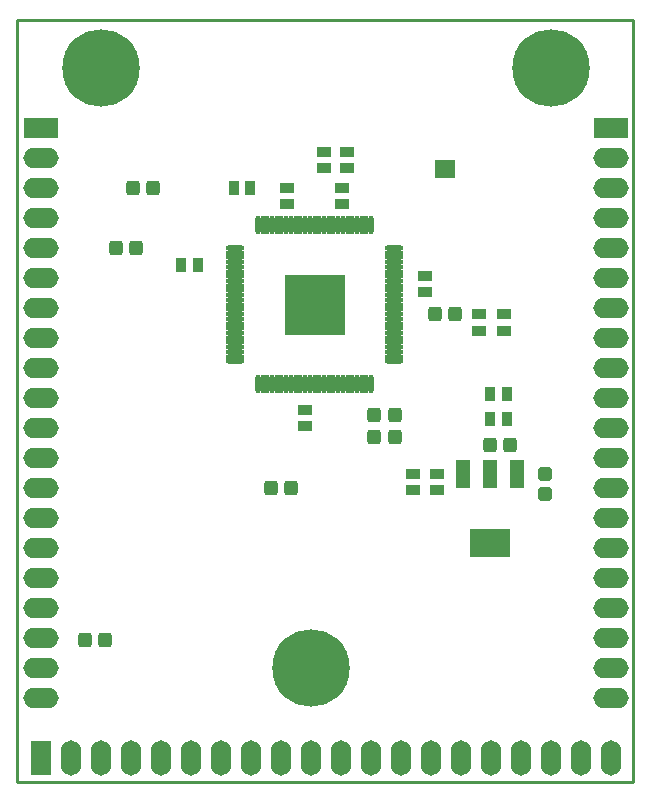
<source format=gts>
G04*
G04 #@! TF.GenerationSoftware,Altium Limited,Altium Designer,19.0.12 (326)*
G04*
G04 Layer_Color=8388736*
%FSLAX25Y25*%
%MOIN*%
G70*
G01*
G75*
%ADD14C,0.01000*%
%ADD25R,0.07087X0.06299*%
G04:AMPARAMS|DCode=26|XSize=47.37mil|YSize=43.43mil|CornerRadius=8.43mil|HoleSize=0mil|Usage=FLASHONLY|Rotation=270.000|XOffset=0mil|YOffset=0mil|HoleType=Round|Shape=RoundedRectangle|*
%AMROUNDEDRECTD26*
21,1,0.04737,0.02657,0,0,270.0*
21,1,0.03051,0.04343,0,0,270.0*
1,1,0.01686,-0.01329,-0.01526*
1,1,0.01686,-0.01329,0.01526*
1,1,0.01686,0.01329,0.01526*
1,1,0.01686,0.01329,-0.01526*
%
%ADD26ROUNDEDRECTD26*%
%ADD27R,0.03753X0.04540*%
%ADD28R,0.04540X0.03753*%
%ADD29R,0.13595X0.09265*%
%ADD30R,0.04737X0.09265*%
G04:AMPARAMS|DCode=31|XSize=47.37mil|YSize=43.43mil|CornerRadius=8.43mil|HoleSize=0mil|Usage=FLASHONLY|Rotation=0.000|XOffset=0mil|YOffset=0mil|HoleType=Round|Shape=RoundedRectangle|*
%AMROUNDEDRECTD31*
21,1,0.04737,0.02657,0,0,0.0*
21,1,0.03051,0.04343,0,0,0.0*
1,1,0.01686,0.01526,-0.01329*
1,1,0.01686,-0.01526,-0.01329*
1,1,0.01686,-0.01526,0.01329*
1,1,0.01686,0.01526,0.01329*
%
%ADD31ROUNDEDRECTD31*%
%ADD32R,0.20485X0.20485*%
%ADD33O,0.01745X0.06312*%
%ADD34O,0.06312X0.01745*%
%ADD35R,0.03300X0.05800*%
%ADD36C,0.25800*%
%ADD37R,0.11800X0.06800*%
%ADD38O,0.11800X0.06800*%
%ADD39R,0.06800X0.11800*%
%ADD40O,0.06800X0.11800*%
%ADD41C,0.02769*%
D14*
X0Y0D02*
Y254000D01*
X205500D01*
Y0D02*
Y254000D01*
X0Y0D02*
X205500D01*
D25*
X142800Y204500D02*
D03*
D26*
X84808Y98000D02*
D03*
X91501D02*
D03*
X39746Y178148D02*
D03*
X33054D02*
D03*
X29346Y47500D02*
D03*
X22654D02*
D03*
X38653Y198000D02*
D03*
X45346D02*
D03*
X164393Y112400D02*
D03*
X157700D02*
D03*
X125847Y115000D02*
D03*
X119153D02*
D03*
X125847Y122500D02*
D03*
X119153D02*
D03*
X139453Y156101D02*
D03*
X146147D02*
D03*
D27*
X60256Y172500D02*
D03*
X54744D02*
D03*
X72244Y198256D02*
D03*
X77756D02*
D03*
X163212Y129500D02*
D03*
X157700D02*
D03*
X163212Y121000D02*
D03*
X157700D02*
D03*
D28*
X110000Y210256D02*
D03*
Y204744D02*
D03*
X102500Y210256D02*
D03*
Y204744D02*
D03*
X140000Y97404D02*
D03*
Y102916D02*
D03*
X132000Y97404D02*
D03*
Y102916D02*
D03*
X136142Y163316D02*
D03*
Y168828D02*
D03*
X154000Y156101D02*
D03*
Y150589D02*
D03*
X162400Y156101D02*
D03*
Y150589D02*
D03*
X90000Y192744D02*
D03*
Y198256D02*
D03*
X108500Y192744D02*
D03*
Y198256D02*
D03*
X96000Y124256D02*
D03*
Y118744D02*
D03*
D29*
X157700Y79884D02*
D03*
D30*
X148645Y102916D02*
D03*
X157700D02*
D03*
X166755D02*
D03*
D31*
X176000Y96223D02*
D03*
Y102916D02*
D03*
D32*
X99178Y159250D02*
D03*
D33*
X118076Y132872D02*
D03*
X116501D02*
D03*
X114926D02*
D03*
X113351D02*
D03*
X111776D02*
D03*
X110202D02*
D03*
X108627D02*
D03*
X107052D02*
D03*
X105477D02*
D03*
X103902D02*
D03*
X102328D02*
D03*
X100753D02*
D03*
X99178D02*
D03*
X97603D02*
D03*
X96028D02*
D03*
X94454D02*
D03*
X92879D02*
D03*
X91304D02*
D03*
X89729D02*
D03*
X88154D02*
D03*
X86580D02*
D03*
X85005D02*
D03*
X83430D02*
D03*
X81855D02*
D03*
X80280D02*
D03*
Y185628D02*
D03*
X81855D02*
D03*
X83430D02*
D03*
X85005D02*
D03*
X86580D02*
D03*
X88154D02*
D03*
X89729D02*
D03*
X91304D02*
D03*
X92879D02*
D03*
X94454D02*
D03*
X96028D02*
D03*
X97603D02*
D03*
X99178D02*
D03*
X100753D02*
D03*
X102328D02*
D03*
X103902D02*
D03*
X105477D02*
D03*
X107052D02*
D03*
X108627D02*
D03*
X110202D02*
D03*
X111776D02*
D03*
X113351D02*
D03*
X114926D02*
D03*
X116501D02*
D03*
X118076D02*
D03*
D34*
X72800Y140353D02*
D03*
Y141928D02*
D03*
Y143502D02*
D03*
Y145077D02*
D03*
Y146652D02*
D03*
Y148227D02*
D03*
Y149802D02*
D03*
Y151376D02*
D03*
Y152951D02*
D03*
Y154526D02*
D03*
Y156101D02*
D03*
Y157676D02*
D03*
Y159250D02*
D03*
Y160825D02*
D03*
Y162400D02*
D03*
Y163975D02*
D03*
Y165550D02*
D03*
Y167124D02*
D03*
Y168699D02*
D03*
Y170274D02*
D03*
Y171849D02*
D03*
Y173424D02*
D03*
Y174998D02*
D03*
Y176573D02*
D03*
Y178148D02*
D03*
X125556D02*
D03*
Y176573D02*
D03*
Y174998D02*
D03*
Y173424D02*
D03*
Y171849D02*
D03*
Y170274D02*
D03*
Y168699D02*
D03*
Y167124D02*
D03*
Y165550D02*
D03*
Y163975D02*
D03*
Y162400D02*
D03*
Y160825D02*
D03*
Y159250D02*
D03*
Y157676D02*
D03*
Y156101D02*
D03*
Y154526D02*
D03*
Y152951D02*
D03*
Y151376D02*
D03*
Y149802D02*
D03*
Y148227D02*
D03*
Y146652D02*
D03*
Y145077D02*
D03*
Y143502D02*
D03*
Y141928D02*
D03*
Y140353D02*
D03*
D35*
X141178Y204500D02*
D03*
X144422D02*
D03*
D36*
X98000Y38000D02*
D03*
X28000Y238000D02*
D03*
X178000D02*
D03*
D37*
X8000Y218000D02*
D03*
X198000D02*
D03*
D38*
X8000Y208000D02*
D03*
Y198000D02*
D03*
Y188000D02*
D03*
Y178000D02*
D03*
Y168000D02*
D03*
Y158000D02*
D03*
Y148000D02*
D03*
Y138000D02*
D03*
Y128000D02*
D03*
Y118000D02*
D03*
Y108000D02*
D03*
Y98000D02*
D03*
Y88000D02*
D03*
Y78000D02*
D03*
Y68000D02*
D03*
Y58000D02*
D03*
Y48000D02*
D03*
Y38000D02*
D03*
Y28000D02*
D03*
X198000Y208000D02*
D03*
Y198000D02*
D03*
Y188000D02*
D03*
Y178000D02*
D03*
Y168000D02*
D03*
Y158000D02*
D03*
Y148000D02*
D03*
Y138000D02*
D03*
Y128000D02*
D03*
Y118000D02*
D03*
Y108000D02*
D03*
Y98000D02*
D03*
Y88000D02*
D03*
Y78000D02*
D03*
Y68000D02*
D03*
Y58000D02*
D03*
Y48000D02*
D03*
Y38000D02*
D03*
Y28000D02*
D03*
D39*
X8000Y8000D02*
D03*
D40*
X18000D02*
D03*
X28000D02*
D03*
X38000D02*
D03*
X48000D02*
D03*
X58000D02*
D03*
X68000D02*
D03*
X78000D02*
D03*
X88000D02*
D03*
X98000D02*
D03*
X108000D02*
D03*
X118000D02*
D03*
X128000D02*
D03*
X138000D02*
D03*
X148000D02*
D03*
X158000D02*
D03*
X168000D02*
D03*
X178000D02*
D03*
X188000D02*
D03*
X198000D02*
D03*
D41*
X92682Y165746D02*
D03*
X97013D02*
D03*
X101343D02*
D03*
X105674D02*
D03*
X92682Y161416D02*
D03*
X97013D02*
D03*
X101343D02*
D03*
X105674D02*
D03*
X92682Y157085D02*
D03*
X97013D02*
D03*
X101343D02*
D03*
X105674D02*
D03*
X92682Y152754D02*
D03*
X97013D02*
D03*
X101343D02*
D03*
X105674D02*
D03*
M02*

</source>
